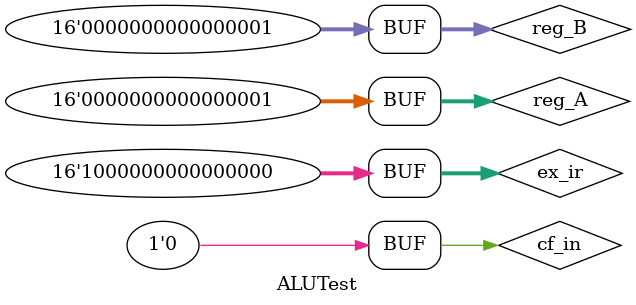
<source format=v>
`timescale 1ns / 1ps


module ALUTest;

	// Inputs
	reg [15:0] reg_A;
	reg [15:0] reg_B;
	reg [15:0] ex_ir;
	reg cf_in;

	// Outputs
	wire [15:0] ALUo;
	wire cf_out;

	// Instantiate the Unit Under Test (UUT)
	ALU uut (
		.reg_A(reg_A), 
		.reg_B(reg_B), 
		.ex_ir(ex_ir), 
		.cf_in(cf_in), 
		.ALUo(ALUo), 
		.cf_out(cf_out)
	);

	initial begin
		// Initialize Inputs
		reg_A = 0;
		reg_B = 0;
		ex_ir = 0;
		cf_in = 0;

		// Wait 100 ns for global reset to finish
		#100;
		reg_A<=1;
		reg_B<=1;
      ex_ir<=16'b10000_000_0000_0000;
		// Add stimulus here
	end
      
endmodule


</source>
